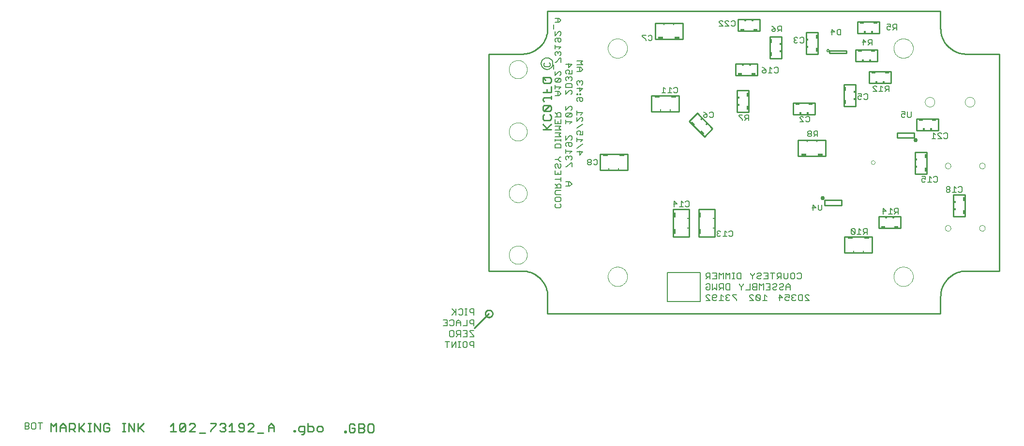
<source format=gbo>
G75*
%MOIN*%
%OFA0B0*%
%FSLAX24Y24*%
%IPPOS*%
%LPD*%
%AMOC8*
5,1,8,0,0,1.08239X$1,22.5*
%
%ADD10C,0.0000*%
%ADD11C,0.0100*%
%ADD12R,0.0120X0.0150*%
%ADD13R,0.0290X0.0150*%
%ADD14C,0.0070*%
%ADD15C,0.0080*%
%ADD16R,0.0150X0.0120*%
%ADD17R,0.0150X0.0290*%
%ADD18R,0.0110X0.0150*%
%ADD19R,0.0350X0.0150*%
%ADD20R,0.0150X0.0110*%
%ADD21R,0.0150X0.0350*%
%ADD22C,0.0110*%
%ADD23C,0.0300*%
D10*
X041535Y024050D02*
X041537Y024100D01*
X041543Y024149D01*
X041553Y024198D01*
X041566Y024245D01*
X041584Y024292D01*
X041605Y024337D01*
X041629Y024380D01*
X041657Y024421D01*
X041688Y024460D01*
X041722Y024496D01*
X041759Y024530D01*
X041799Y024560D01*
X041840Y024587D01*
X041884Y024611D01*
X041929Y024631D01*
X041976Y024647D01*
X042024Y024660D01*
X042073Y024669D01*
X042123Y024674D01*
X042172Y024675D01*
X042222Y024672D01*
X042271Y024665D01*
X042320Y024654D01*
X042367Y024640D01*
X042413Y024621D01*
X042458Y024599D01*
X042501Y024574D01*
X042541Y024545D01*
X042579Y024513D01*
X042615Y024479D01*
X042648Y024441D01*
X042677Y024401D01*
X042703Y024359D01*
X042726Y024315D01*
X042745Y024269D01*
X042761Y024222D01*
X042773Y024173D01*
X042781Y024124D01*
X042785Y024075D01*
X042785Y024025D01*
X042781Y023976D01*
X042773Y023927D01*
X042761Y023878D01*
X042745Y023831D01*
X042726Y023785D01*
X042703Y023741D01*
X042677Y023699D01*
X042648Y023659D01*
X042615Y023621D01*
X042579Y023587D01*
X042541Y023555D01*
X042501Y023526D01*
X042458Y023501D01*
X042413Y023479D01*
X042367Y023460D01*
X042320Y023446D01*
X042271Y023435D01*
X042222Y023428D01*
X042172Y023425D01*
X042123Y023426D01*
X042073Y023431D01*
X042024Y023440D01*
X041976Y023453D01*
X041929Y023469D01*
X041884Y023489D01*
X041840Y023513D01*
X041799Y023540D01*
X041759Y023570D01*
X041722Y023604D01*
X041688Y023640D01*
X041657Y023679D01*
X041629Y023720D01*
X041605Y023763D01*
X041584Y023808D01*
X041566Y023855D01*
X041553Y023902D01*
X041543Y023951D01*
X041537Y024000D01*
X041535Y024050D01*
X041535Y028300D02*
X041537Y028350D01*
X041543Y028399D01*
X041553Y028448D01*
X041566Y028495D01*
X041584Y028542D01*
X041605Y028587D01*
X041629Y028630D01*
X041657Y028671D01*
X041688Y028710D01*
X041722Y028746D01*
X041759Y028780D01*
X041799Y028810D01*
X041840Y028837D01*
X041884Y028861D01*
X041929Y028881D01*
X041976Y028897D01*
X042024Y028910D01*
X042073Y028919D01*
X042123Y028924D01*
X042172Y028925D01*
X042222Y028922D01*
X042271Y028915D01*
X042320Y028904D01*
X042367Y028890D01*
X042413Y028871D01*
X042458Y028849D01*
X042501Y028824D01*
X042541Y028795D01*
X042579Y028763D01*
X042615Y028729D01*
X042648Y028691D01*
X042677Y028651D01*
X042703Y028609D01*
X042726Y028565D01*
X042745Y028519D01*
X042761Y028472D01*
X042773Y028423D01*
X042781Y028374D01*
X042785Y028325D01*
X042785Y028275D01*
X042781Y028226D01*
X042773Y028177D01*
X042761Y028128D01*
X042745Y028081D01*
X042726Y028035D01*
X042703Y027991D01*
X042677Y027949D01*
X042648Y027909D01*
X042615Y027871D01*
X042579Y027837D01*
X042541Y027805D01*
X042501Y027776D01*
X042458Y027751D01*
X042413Y027729D01*
X042367Y027710D01*
X042320Y027696D01*
X042271Y027685D01*
X042222Y027678D01*
X042172Y027675D01*
X042123Y027676D01*
X042073Y027681D01*
X042024Y027690D01*
X041976Y027703D01*
X041929Y027719D01*
X041884Y027739D01*
X041840Y027763D01*
X041799Y027790D01*
X041759Y027820D01*
X041722Y027854D01*
X041688Y027890D01*
X041657Y027929D01*
X041629Y027970D01*
X041605Y028013D01*
X041584Y028058D01*
X041566Y028105D01*
X041553Y028152D01*
X041543Y028201D01*
X041537Y028250D01*
X041535Y028300D01*
X041535Y032550D02*
X041537Y032600D01*
X041543Y032649D01*
X041553Y032698D01*
X041566Y032745D01*
X041584Y032792D01*
X041605Y032837D01*
X041629Y032880D01*
X041657Y032921D01*
X041688Y032960D01*
X041722Y032996D01*
X041759Y033030D01*
X041799Y033060D01*
X041840Y033087D01*
X041884Y033111D01*
X041929Y033131D01*
X041976Y033147D01*
X042024Y033160D01*
X042073Y033169D01*
X042123Y033174D01*
X042172Y033175D01*
X042222Y033172D01*
X042271Y033165D01*
X042320Y033154D01*
X042367Y033140D01*
X042413Y033121D01*
X042458Y033099D01*
X042501Y033074D01*
X042541Y033045D01*
X042579Y033013D01*
X042615Y032979D01*
X042648Y032941D01*
X042677Y032901D01*
X042703Y032859D01*
X042726Y032815D01*
X042745Y032769D01*
X042761Y032722D01*
X042773Y032673D01*
X042781Y032624D01*
X042785Y032575D01*
X042785Y032525D01*
X042781Y032476D01*
X042773Y032427D01*
X042761Y032378D01*
X042745Y032331D01*
X042726Y032285D01*
X042703Y032241D01*
X042677Y032199D01*
X042648Y032159D01*
X042615Y032121D01*
X042579Y032087D01*
X042541Y032055D01*
X042501Y032026D01*
X042458Y032001D01*
X042413Y031979D01*
X042367Y031960D01*
X042320Y031946D01*
X042271Y031935D01*
X042222Y031928D01*
X042172Y031925D01*
X042123Y031926D01*
X042073Y031931D01*
X042024Y031940D01*
X041976Y031953D01*
X041929Y031969D01*
X041884Y031989D01*
X041840Y032013D01*
X041799Y032040D01*
X041759Y032070D01*
X041722Y032104D01*
X041688Y032140D01*
X041657Y032179D01*
X041629Y032220D01*
X041605Y032263D01*
X041584Y032308D01*
X041566Y032355D01*
X041553Y032402D01*
X041543Y032451D01*
X041537Y032500D01*
X041535Y032550D01*
X041535Y036850D02*
X041537Y036900D01*
X041543Y036949D01*
X041553Y036998D01*
X041566Y037045D01*
X041584Y037092D01*
X041605Y037137D01*
X041629Y037180D01*
X041657Y037221D01*
X041688Y037260D01*
X041722Y037296D01*
X041759Y037330D01*
X041799Y037360D01*
X041840Y037387D01*
X041884Y037411D01*
X041929Y037431D01*
X041976Y037447D01*
X042024Y037460D01*
X042073Y037469D01*
X042123Y037474D01*
X042172Y037475D01*
X042222Y037472D01*
X042271Y037465D01*
X042320Y037454D01*
X042367Y037440D01*
X042413Y037421D01*
X042458Y037399D01*
X042501Y037374D01*
X042541Y037345D01*
X042579Y037313D01*
X042615Y037279D01*
X042648Y037241D01*
X042677Y037201D01*
X042703Y037159D01*
X042726Y037115D01*
X042745Y037069D01*
X042761Y037022D01*
X042773Y036973D01*
X042781Y036924D01*
X042785Y036875D01*
X042785Y036825D01*
X042781Y036776D01*
X042773Y036727D01*
X042761Y036678D01*
X042745Y036631D01*
X042726Y036585D01*
X042703Y036541D01*
X042677Y036499D01*
X042648Y036459D01*
X042615Y036421D01*
X042579Y036387D01*
X042541Y036355D01*
X042501Y036326D01*
X042458Y036301D01*
X042413Y036279D01*
X042367Y036260D01*
X042320Y036246D01*
X042271Y036235D01*
X042222Y036228D01*
X042172Y036225D01*
X042123Y036226D01*
X042073Y036231D01*
X042024Y036240D01*
X041976Y036253D01*
X041929Y036269D01*
X041884Y036289D01*
X041840Y036313D01*
X041799Y036340D01*
X041759Y036370D01*
X041722Y036404D01*
X041688Y036440D01*
X041657Y036479D01*
X041629Y036520D01*
X041605Y036563D01*
X041584Y036608D01*
X041566Y036655D01*
X041553Y036702D01*
X041543Y036751D01*
X041537Y036800D01*
X041535Y036850D01*
X048349Y038307D02*
X048351Y038358D01*
X048357Y038409D01*
X048367Y038459D01*
X048380Y038509D01*
X048398Y038557D01*
X048418Y038604D01*
X048443Y038649D01*
X048471Y038692D01*
X048502Y038733D01*
X048536Y038771D01*
X048573Y038806D01*
X048612Y038839D01*
X048654Y038869D01*
X048698Y038895D01*
X048744Y038917D01*
X048792Y038937D01*
X048841Y038952D01*
X048891Y038964D01*
X048941Y038972D01*
X048992Y038976D01*
X049044Y038976D01*
X049095Y038972D01*
X049145Y038964D01*
X049195Y038952D01*
X049244Y038937D01*
X049292Y038917D01*
X049338Y038895D01*
X049382Y038869D01*
X049424Y038839D01*
X049463Y038806D01*
X049500Y038771D01*
X049534Y038733D01*
X049565Y038692D01*
X049593Y038649D01*
X049618Y038604D01*
X049638Y038557D01*
X049656Y038509D01*
X049669Y038459D01*
X049679Y038409D01*
X049685Y038358D01*
X049687Y038307D01*
X049685Y038256D01*
X049679Y038205D01*
X049669Y038155D01*
X049656Y038105D01*
X049638Y038057D01*
X049618Y038010D01*
X049593Y037965D01*
X049565Y037922D01*
X049534Y037881D01*
X049500Y037843D01*
X049463Y037808D01*
X049424Y037775D01*
X049382Y037745D01*
X049338Y037719D01*
X049292Y037697D01*
X049244Y037677D01*
X049195Y037662D01*
X049145Y037650D01*
X049095Y037642D01*
X049044Y037638D01*
X048992Y037638D01*
X048941Y037642D01*
X048891Y037650D01*
X048841Y037662D01*
X048792Y037677D01*
X048744Y037697D01*
X048698Y037719D01*
X048654Y037745D01*
X048612Y037775D01*
X048573Y037808D01*
X048536Y037843D01*
X048502Y037881D01*
X048471Y037922D01*
X048443Y037965D01*
X048418Y038010D01*
X048398Y038057D01*
X048380Y038105D01*
X048367Y038155D01*
X048357Y038205D01*
X048351Y038256D01*
X048349Y038307D01*
X066480Y030435D02*
X066482Y030458D01*
X066488Y030479D01*
X066497Y030500D01*
X066510Y030519D01*
X066526Y030535D01*
X066545Y030548D01*
X066566Y030557D01*
X066587Y030563D01*
X066610Y030565D01*
X066633Y030563D01*
X066654Y030557D01*
X066675Y030548D01*
X066694Y030535D01*
X066710Y030519D01*
X066723Y030500D01*
X066732Y030479D01*
X066738Y030458D01*
X066740Y030435D01*
X066738Y030412D01*
X066732Y030391D01*
X066723Y030370D01*
X066710Y030351D01*
X066694Y030335D01*
X066675Y030322D01*
X066654Y030313D01*
X066633Y030307D01*
X066610Y030305D01*
X066587Y030307D01*
X066566Y030313D01*
X066545Y030322D01*
X066526Y030335D01*
X066510Y030351D01*
X066497Y030370D01*
X066488Y030391D01*
X066482Y030412D01*
X066480Y030435D01*
X071570Y030200D02*
X071572Y030227D01*
X071578Y030254D01*
X071587Y030280D01*
X071600Y030304D01*
X071616Y030327D01*
X071635Y030346D01*
X071657Y030363D01*
X071681Y030377D01*
X071706Y030387D01*
X071733Y030394D01*
X071760Y030397D01*
X071788Y030396D01*
X071815Y030391D01*
X071841Y030383D01*
X071865Y030371D01*
X071888Y030355D01*
X071909Y030337D01*
X071926Y030316D01*
X071941Y030292D01*
X071952Y030267D01*
X071960Y030241D01*
X071964Y030214D01*
X071964Y030186D01*
X071960Y030159D01*
X071952Y030133D01*
X071941Y030108D01*
X071926Y030084D01*
X071909Y030063D01*
X071888Y030045D01*
X071866Y030029D01*
X071841Y030017D01*
X071815Y030009D01*
X071788Y030004D01*
X071760Y030003D01*
X071733Y030006D01*
X071706Y030013D01*
X071681Y030023D01*
X071657Y030037D01*
X071635Y030054D01*
X071616Y030073D01*
X071600Y030096D01*
X071587Y030120D01*
X071578Y030146D01*
X071572Y030173D01*
X071570Y030200D01*
X073932Y030200D02*
X073934Y030227D01*
X073940Y030254D01*
X073949Y030280D01*
X073962Y030304D01*
X073978Y030327D01*
X073997Y030346D01*
X074019Y030363D01*
X074043Y030377D01*
X074068Y030387D01*
X074095Y030394D01*
X074122Y030397D01*
X074150Y030396D01*
X074177Y030391D01*
X074203Y030383D01*
X074227Y030371D01*
X074250Y030355D01*
X074271Y030337D01*
X074288Y030316D01*
X074303Y030292D01*
X074314Y030267D01*
X074322Y030241D01*
X074326Y030214D01*
X074326Y030186D01*
X074322Y030159D01*
X074314Y030133D01*
X074303Y030108D01*
X074288Y030084D01*
X074271Y030063D01*
X074250Y030045D01*
X074228Y030029D01*
X074203Y030017D01*
X074177Y030009D01*
X074150Y030004D01*
X074122Y030003D01*
X074095Y030006D01*
X074068Y030013D01*
X074043Y030023D01*
X074019Y030037D01*
X073997Y030054D01*
X073978Y030073D01*
X073962Y030096D01*
X073949Y030120D01*
X073940Y030146D01*
X073934Y030173D01*
X073932Y030200D01*
X073932Y025900D02*
X073934Y025927D01*
X073940Y025954D01*
X073949Y025980D01*
X073962Y026004D01*
X073978Y026027D01*
X073997Y026046D01*
X074019Y026063D01*
X074043Y026077D01*
X074068Y026087D01*
X074095Y026094D01*
X074122Y026097D01*
X074150Y026096D01*
X074177Y026091D01*
X074203Y026083D01*
X074227Y026071D01*
X074250Y026055D01*
X074271Y026037D01*
X074288Y026016D01*
X074303Y025992D01*
X074314Y025967D01*
X074322Y025941D01*
X074326Y025914D01*
X074326Y025886D01*
X074322Y025859D01*
X074314Y025833D01*
X074303Y025808D01*
X074288Y025784D01*
X074271Y025763D01*
X074250Y025745D01*
X074228Y025729D01*
X074203Y025717D01*
X074177Y025709D01*
X074150Y025704D01*
X074122Y025703D01*
X074095Y025706D01*
X074068Y025713D01*
X074043Y025723D01*
X074019Y025737D01*
X073997Y025754D01*
X073978Y025773D01*
X073962Y025796D01*
X073949Y025820D01*
X073940Y025846D01*
X073934Y025873D01*
X073932Y025900D01*
X071570Y025900D02*
X071572Y025927D01*
X071578Y025954D01*
X071587Y025980D01*
X071600Y026004D01*
X071616Y026027D01*
X071635Y026046D01*
X071657Y026063D01*
X071681Y026077D01*
X071706Y026087D01*
X071733Y026094D01*
X071760Y026097D01*
X071788Y026096D01*
X071815Y026091D01*
X071841Y026083D01*
X071865Y026071D01*
X071888Y026055D01*
X071909Y026037D01*
X071926Y026016D01*
X071941Y025992D01*
X071952Y025967D01*
X071960Y025941D01*
X071964Y025914D01*
X071964Y025886D01*
X071960Y025859D01*
X071952Y025833D01*
X071941Y025808D01*
X071926Y025784D01*
X071909Y025763D01*
X071888Y025745D01*
X071866Y025729D01*
X071841Y025717D01*
X071815Y025709D01*
X071788Y025704D01*
X071760Y025703D01*
X071733Y025706D01*
X071706Y025713D01*
X071681Y025723D01*
X071657Y025737D01*
X071635Y025754D01*
X071616Y025773D01*
X071600Y025796D01*
X071587Y025820D01*
X071578Y025846D01*
X071572Y025873D01*
X071570Y025900D01*
X068034Y022559D02*
X068036Y022610D01*
X068042Y022661D01*
X068052Y022711D01*
X068065Y022761D01*
X068083Y022809D01*
X068103Y022856D01*
X068128Y022901D01*
X068156Y022944D01*
X068187Y022985D01*
X068221Y023023D01*
X068258Y023058D01*
X068297Y023091D01*
X068339Y023121D01*
X068383Y023147D01*
X068429Y023169D01*
X068477Y023189D01*
X068526Y023204D01*
X068576Y023216D01*
X068626Y023224D01*
X068677Y023228D01*
X068729Y023228D01*
X068780Y023224D01*
X068830Y023216D01*
X068880Y023204D01*
X068929Y023189D01*
X068977Y023169D01*
X069023Y023147D01*
X069067Y023121D01*
X069109Y023091D01*
X069148Y023058D01*
X069185Y023023D01*
X069219Y022985D01*
X069250Y022944D01*
X069278Y022901D01*
X069303Y022856D01*
X069323Y022809D01*
X069341Y022761D01*
X069354Y022711D01*
X069364Y022661D01*
X069370Y022610D01*
X069372Y022559D01*
X069370Y022508D01*
X069364Y022457D01*
X069354Y022407D01*
X069341Y022357D01*
X069323Y022309D01*
X069303Y022262D01*
X069278Y022217D01*
X069250Y022174D01*
X069219Y022133D01*
X069185Y022095D01*
X069148Y022060D01*
X069109Y022027D01*
X069067Y021997D01*
X069023Y021971D01*
X068977Y021949D01*
X068929Y021929D01*
X068880Y021914D01*
X068830Y021902D01*
X068780Y021894D01*
X068729Y021890D01*
X068677Y021890D01*
X068626Y021894D01*
X068576Y021902D01*
X068526Y021914D01*
X068477Y021929D01*
X068429Y021949D01*
X068383Y021971D01*
X068339Y021997D01*
X068297Y022027D01*
X068258Y022060D01*
X068221Y022095D01*
X068187Y022133D01*
X068156Y022174D01*
X068128Y022217D01*
X068103Y022262D01*
X068083Y022309D01*
X068065Y022357D01*
X068052Y022407D01*
X068042Y022457D01*
X068036Y022508D01*
X068034Y022559D01*
X070191Y034600D02*
X070193Y034636D01*
X070199Y034672D01*
X070209Y034707D01*
X070222Y034741D01*
X070239Y034773D01*
X070259Y034803D01*
X070283Y034830D01*
X070309Y034855D01*
X070338Y034877D01*
X070369Y034896D01*
X070402Y034911D01*
X070436Y034923D01*
X070472Y034931D01*
X070508Y034935D01*
X070544Y034935D01*
X070580Y034931D01*
X070616Y034923D01*
X070650Y034911D01*
X070683Y034896D01*
X070714Y034877D01*
X070743Y034855D01*
X070769Y034830D01*
X070793Y034803D01*
X070813Y034773D01*
X070830Y034741D01*
X070843Y034707D01*
X070853Y034672D01*
X070859Y034636D01*
X070861Y034600D01*
X070859Y034564D01*
X070853Y034528D01*
X070843Y034493D01*
X070830Y034459D01*
X070813Y034427D01*
X070793Y034397D01*
X070769Y034370D01*
X070743Y034345D01*
X070714Y034323D01*
X070683Y034304D01*
X070650Y034289D01*
X070616Y034277D01*
X070580Y034269D01*
X070544Y034265D01*
X070508Y034265D01*
X070472Y034269D01*
X070436Y034277D01*
X070402Y034289D01*
X070369Y034304D01*
X070338Y034323D01*
X070309Y034345D01*
X070283Y034370D01*
X070259Y034397D01*
X070239Y034427D01*
X070222Y034459D01*
X070209Y034493D01*
X070199Y034528D01*
X070193Y034564D01*
X070191Y034600D01*
X072947Y034600D02*
X072949Y034636D01*
X072955Y034672D01*
X072965Y034707D01*
X072978Y034741D01*
X072995Y034773D01*
X073015Y034803D01*
X073039Y034830D01*
X073065Y034855D01*
X073094Y034877D01*
X073125Y034896D01*
X073158Y034911D01*
X073192Y034923D01*
X073228Y034931D01*
X073264Y034935D01*
X073300Y034935D01*
X073336Y034931D01*
X073372Y034923D01*
X073406Y034911D01*
X073439Y034896D01*
X073470Y034877D01*
X073499Y034855D01*
X073525Y034830D01*
X073549Y034803D01*
X073569Y034773D01*
X073586Y034741D01*
X073599Y034707D01*
X073609Y034672D01*
X073615Y034636D01*
X073617Y034600D01*
X073615Y034564D01*
X073609Y034528D01*
X073599Y034493D01*
X073586Y034459D01*
X073569Y034427D01*
X073549Y034397D01*
X073525Y034370D01*
X073499Y034345D01*
X073470Y034323D01*
X073439Y034304D01*
X073406Y034289D01*
X073372Y034277D01*
X073336Y034269D01*
X073300Y034265D01*
X073264Y034265D01*
X073228Y034269D01*
X073192Y034277D01*
X073158Y034289D01*
X073125Y034304D01*
X073094Y034323D01*
X073065Y034345D01*
X073039Y034370D01*
X073015Y034397D01*
X072995Y034427D01*
X072978Y034459D01*
X072965Y034493D01*
X072955Y034528D01*
X072949Y034564D01*
X072947Y034600D01*
X068034Y038307D02*
X068036Y038358D01*
X068042Y038409D01*
X068052Y038459D01*
X068065Y038509D01*
X068083Y038557D01*
X068103Y038604D01*
X068128Y038649D01*
X068156Y038692D01*
X068187Y038733D01*
X068221Y038771D01*
X068258Y038806D01*
X068297Y038839D01*
X068339Y038869D01*
X068383Y038895D01*
X068429Y038917D01*
X068477Y038937D01*
X068526Y038952D01*
X068576Y038964D01*
X068626Y038972D01*
X068677Y038976D01*
X068729Y038976D01*
X068780Y038972D01*
X068830Y038964D01*
X068880Y038952D01*
X068929Y038937D01*
X068977Y038917D01*
X069023Y038895D01*
X069067Y038869D01*
X069109Y038839D01*
X069148Y038806D01*
X069185Y038771D01*
X069219Y038733D01*
X069250Y038692D01*
X069278Y038649D01*
X069303Y038604D01*
X069323Y038557D01*
X069341Y038509D01*
X069354Y038459D01*
X069364Y038409D01*
X069370Y038358D01*
X069372Y038307D01*
X069370Y038256D01*
X069364Y038205D01*
X069354Y038155D01*
X069341Y038105D01*
X069323Y038057D01*
X069303Y038010D01*
X069278Y037965D01*
X069250Y037922D01*
X069219Y037881D01*
X069185Y037843D01*
X069148Y037808D01*
X069109Y037775D01*
X069067Y037745D01*
X069023Y037719D01*
X068977Y037697D01*
X068929Y037677D01*
X068880Y037662D01*
X068830Y037650D01*
X068780Y037642D01*
X068729Y037638D01*
X068677Y037638D01*
X068626Y037642D01*
X068576Y037650D01*
X068526Y037662D01*
X068477Y037677D01*
X068429Y037697D01*
X068383Y037719D01*
X068339Y037745D01*
X068297Y037775D01*
X068258Y037808D01*
X068221Y037843D01*
X068187Y037881D01*
X068156Y037922D01*
X068128Y037965D01*
X068103Y038010D01*
X068083Y038057D01*
X068065Y038105D01*
X068052Y038155D01*
X068042Y038205D01*
X068036Y038256D01*
X068034Y038307D01*
X048349Y022559D02*
X048351Y022610D01*
X048357Y022661D01*
X048367Y022711D01*
X048380Y022761D01*
X048398Y022809D01*
X048418Y022856D01*
X048443Y022901D01*
X048471Y022944D01*
X048502Y022985D01*
X048536Y023023D01*
X048573Y023058D01*
X048612Y023091D01*
X048654Y023121D01*
X048698Y023147D01*
X048744Y023169D01*
X048792Y023189D01*
X048841Y023204D01*
X048891Y023216D01*
X048941Y023224D01*
X048992Y023228D01*
X049044Y023228D01*
X049095Y023224D01*
X049145Y023216D01*
X049195Y023204D01*
X049244Y023189D01*
X049292Y023169D01*
X049338Y023147D01*
X049382Y023121D01*
X049424Y023091D01*
X049463Y023058D01*
X049500Y023023D01*
X049534Y022985D01*
X049565Y022944D01*
X049593Y022901D01*
X049618Y022856D01*
X049638Y022809D01*
X049656Y022761D01*
X049669Y022711D01*
X049679Y022661D01*
X049685Y022610D01*
X049687Y022559D01*
X049685Y022508D01*
X049679Y022457D01*
X049669Y022407D01*
X049656Y022357D01*
X049638Y022309D01*
X049618Y022262D01*
X049593Y022217D01*
X049565Y022174D01*
X049534Y022133D01*
X049500Y022095D01*
X049463Y022060D01*
X049424Y022027D01*
X049382Y021997D01*
X049338Y021971D01*
X049292Y021949D01*
X049244Y021929D01*
X049195Y021914D01*
X049145Y021902D01*
X049095Y021894D01*
X049044Y021890D01*
X048992Y021890D01*
X048941Y021894D01*
X048891Y021902D01*
X048841Y021914D01*
X048792Y021929D01*
X048744Y021949D01*
X048698Y021971D01*
X048654Y021997D01*
X048612Y022027D01*
X048573Y022060D01*
X048536Y022095D01*
X048502Y022133D01*
X048471Y022174D01*
X048443Y022217D01*
X048418Y022262D01*
X048398Y022309D01*
X048380Y022357D01*
X048367Y022407D01*
X048357Y022457D01*
X048351Y022508D01*
X048349Y022559D01*
D11*
X044195Y021181D02*
X044195Y020000D01*
X071262Y020000D01*
X071262Y021181D01*
X071262Y020000D01*
X044195Y020000D01*
X044195Y021181D01*
X044196Y021181D02*
X044194Y021263D01*
X044188Y021344D01*
X044179Y021426D01*
X044166Y021507D01*
X044149Y021587D01*
X044128Y021666D01*
X044104Y021744D01*
X044076Y021821D01*
X044045Y021897D01*
X044010Y021971D01*
X043972Y022043D01*
X043931Y022114D01*
X043886Y022182D01*
X043838Y022249D01*
X043787Y022313D01*
X043734Y022375D01*
X043677Y022434D01*
X043618Y022491D01*
X043556Y022544D01*
X043492Y022595D01*
X043425Y022643D01*
X043357Y022688D01*
X043286Y022729D01*
X043214Y022767D01*
X043140Y022802D01*
X043064Y022833D01*
X042987Y022861D01*
X042909Y022885D01*
X042830Y022906D01*
X042750Y022923D01*
X042669Y022936D01*
X042587Y022945D01*
X042506Y022951D01*
X042424Y022953D01*
X040160Y022953D01*
X040160Y037913D01*
X042424Y037913D01*
X040160Y037913D01*
X040160Y022953D01*
X042424Y022953D01*
X042506Y022951D01*
X042587Y022945D01*
X042669Y022936D01*
X042750Y022923D01*
X042830Y022906D01*
X042909Y022885D01*
X042987Y022861D01*
X043064Y022833D01*
X043140Y022802D01*
X043214Y022767D01*
X043286Y022729D01*
X043357Y022688D01*
X043425Y022643D01*
X043492Y022595D01*
X043556Y022544D01*
X043618Y022491D01*
X043677Y022434D01*
X043734Y022375D01*
X043787Y022313D01*
X043838Y022249D01*
X043886Y022182D01*
X043931Y022114D01*
X043972Y022043D01*
X044010Y021971D01*
X044045Y021897D01*
X044076Y021821D01*
X044104Y021744D01*
X044128Y021666D01*
X044149Y021587D01*
X044166Y021507D01*
X044179Y021426D01*
X044188Y021344D01*
X044194Y021263D01*
X044196Y021181D01*
X039910Y020000D02*
X039912Y020031D01*
X039918Y020062D01*
X039928Y020092D01*
X039941Y020120D01*
X039958Y020147D01*
X039978Y020171D01*
X040001Y020193D01*
X040026Y020211D01*
X040054Y020226D01*
X040083Y020238D01*
X040113Y020246D01*
X040144Y020250D01*
X040176Y020250D01*
X040207Y020246D01*
X040237Y020238D01*
X040266Y020226D01*
X040294Y020211D01*
X040319Y020193D01*
X040342Y020171D01*
X040362Y020147D01*
X040379Y020120D01*
X040392Y020092D01*
X040402Y020062D01*
X040408Y020031D01*
X040410Y020000D01*
X040408Y019969D01*
X040402Y019938D01*
X040392Y019908D01*
X040379Y019880D01*
X040362Y019853D01*
X040342Y019829D01*
X040319Y019807D01*
X040294Y019789D01*
X040266Y019774D01*
X040237Y019762D01*
X040207Y019754D01*
X040176Y019750D01*
X040144Y019750D01*
X040113Y019754D01*
X040083Y019762D01*
X040054Y019774D01*
X040026Y019789D01*
X040001Y019807D01*
X039978Y019829D01*
X039958Y019853D01*
X039941Y019880D01*
X039928Y019908D01*
X039918Y019938D01*
X039912Y019969D01*
X039910Y020000D01*
X040160Y020000D02*
X039160Y019000D01*
X052860Y025300D02*
X053960Y025300D01*
X053960Y027200D01*
X052860Y027200D01*
X052860Y025300D01*
X054610Y025300D02*
X055710Y025300D01*
X055710Y027200D01*
X054610Y027200D01*
X054610Y025300D01*
X049710Y029900D02*
X049710Y031000D01*
X047810Y031000D01*
X047810Y029900D01*
X049710Y029900D01*
X053937Y033277D02*
X054997Y032217D01*
X055563Y032783D01*
X054503Y033843D01*
X053937Y033277D01*
X053260Y033950D02*
X053260Y035050D01*
X051360Y035050D01*
X051360Y033950D01*
X053260Y033950D01*
X057260Y033900D02*
X058060Y033900D01*
X058060Y035400D01*
X057260Y035400D01*
X057260Y033900D01*
X057160Y036450D02*
X058660Y036450D01*
X058660Y037250D01*
X057160Y037250D01*
X057160Y036450D01*
X059510Y037600D02*
X060310Y037600D01*
X060310Y039100D01*
X059510Y039100D01*
X059510Y037600D01*
X058810Y039500D02*
X057310Y039500D01*
X057310Y040300D01*
X058810Y040300D01*
X058810Y039500D01*
X062010Y039400D02*
X062010Y037900D01*
X062810Y037900D01*
X062810Y039400D01*
X062010Y039400D01*
X063630Y038129D02*
X063630Y037971D01*
X064770Y037971D01*
X064770Y038129D01*
X063630Y038129D01*
X065410Y038200D02*
X065410Y037400D01*
X066910Y037400D01*
X066910Y038200D01*
X065410Y038200D01*
X065560Y039350D02*
X065560Y040150D01*
X067060Y040150D01*
X067060Y039350D01*
X065560Y039350D01*
X066360Y036700D02*
X066360Y035900D01*
X067860Y035900D01*
X067860Y036700D01*
X066360Y036700D01*
X065410Y035800D02*
X064610Y035800D01*
X064610Y034300D01*
X065410Y034300D01*
X065410Y035800D01*
X062610Y034550D02*
X062610Y033750D01*
X061110Y033750D01*
X061110Y034550D01*
X062610Y034550D01*
X063360Y031985D02*
X061460Y031985D01*
X061460Y030885D01*
X063360Y030885D01*
X063360Y031985D01*
X068266Y032120D02*
X069451Y032120D01*
X069451Y032483D01*
X068266Y032483D01*
X068266Y032120D01*
X069610Y032650D02*
X069610Y033450D01*
X071110Y033450D01*
X071110Y032650D01*
X069610Y032650D01*
X069510Y031150D02*
X070310Y031150D01*
X070310Y029650D01*
X069510Y029650D01*
X069510Y031150D01*
X072160Y028200D02*
X072960Y028200D01*
X072960Y026700D01*
X072160Y026700D01*
X072160Y028200D01*
X068510Y026700D02*
X068510Y025900D01*
X067010Y025900D01*
X067010Y026700D01*
X068510Y026700D01*
X066560Y025300D02*
X064660Y025300D01*
X064660Y024200D01*
X066560Y024200D01*
X066560Y025300D01*
X064454Y027467D02*
X063269Y027467D01*
X063269Y027830D01*
X064454Y027830D01*
X064454Y027467D01*
X073034Y022953D02*
X075298Y022953D01*
X075298Y037913D01*
X073034Y037913D01*
X075298Y037913D01*
X075298Y022953D01*
X073034Y022953D01*
X072952Y022951D01*
X072871Y022945D01*
X072789Y022936D01*
X072708Y022923D01*
X072628Y022906D01*
X072549Y022885D01*
X072471Y022861D01*
X072394Y022833D01*
X072318Y022802D01*
X072244Y022767D01*
X072172Y022729D01*
X072101Y022688D01*
X072033Y022643D01*
X071966Y022595D01*
X071902Y022544D01*
X071840Y022491D01*
X071781Y022434D01*
X071724Y022375D01*
X071671Y022313D01*
X071620Y022249D01*
X071572Y022182D01*
X071527Y022114D01*
X071486Y022043D01*
X071448Y021971D01*
X071413Y021897D01*
X071382Y021821D01*
X071354Y021744D01*
X071330Y021666D01*
X071309Y021587D01*
X071292Y021507D01*
X071279Y021426D01*
X071270Y021344D01*
X071264Y021263D01*
X071262Y021181D01*
X071264Y021263D01*
X071270Y021344D01*
X071279Y021426D01*
X071292Y021507D01*
X071309Y021587D01*
X071330Y021666D01*
X071354Y021744D01*
X071382Y021821D01*
X071413Y021897D01*
X071448Y021971D01*
X071486Y022043D01*
X071527Y022114D01*
X071572Y022182D01*
X071620Y022249D01*
X071671Y022313D01*
X071724Y022375D01*
X071781Y022434D01*
X071840Y022491D01*
X071902Y022544D01*
X071966Y022595D01*
X072033Y022643D01*
X072101Y022688D01*
X072172Y022729D01*
X072244Y022767D01*
X072318Y022802D01*
X072394Y022833D01*
X072471Y022861D01*
X072549Y022885D01*
X072628Y022906D01*
X072708Y022923D01*
X072789Y022936D01*
X072871Y022945D01*
X072952Y022951D01*
X073034Y022953D01*
X053510Y038950D02*
X051610Y038950D01*
X051610Y040050D01*
X053510Y040050D01*
X053510Y038950D01*
X044195Y039685D02*
X044195Y040866D01*
X071262Y040866D01*
X071262Y039685D01*
X071262Y040866D01*
X044195Y040866D01*
X044195Y039685D01*
X044196Y039685D02*
X044194Y039603D01*
X044188Y039522D01*
X044179Y039440D01*
X044166Y039359D01*
X044149Y039279D01*
X044128Y039200D01*
X044104Y039122D01*
X044076Y039045D01*
X044045Y038969D01*
X044010Y038895D01*
X043972Y038823D01*
X043931Y038752D01*
X043886Y038684D01*
X043838Y038617D01*
X043787Y038553D01*
X043734Y038491D01*
X043677Y038432D01*
X043618Y038375D01*
X043556Y038322D01*
X043492Y038271D01*
X043425Y038223D01*
X043357Y038178D01*
X043286Y038137D01*
X043214Y038099D01*
X043140Y038064D01*
X043064Y038033D01*
X042987Y038005D01*
X042909Y037981D01*
X042830Y037960D01*
X042750Y037943D01*
X042669Y037930D01*
X042587Y037921D01*
X042506Y037915D01*
X042424Y037913D01*
X042506Y037915D01*
X042587Y037921D01*
X042669Y037930D01*
X042750Y037943D01*
X042830Y037960D01*
X042909Y037981D01*
X042987Y038005D01*
X043064Y038033D01*
X043140Y038064D01*
X043214Y038099D01*
X043286Y038137D01*
X043357Y038178D01*
X043425Y038223D01*
X043492Y038271D01*
X043556Y038322D01*
X043618Y038375D01*
X043677Y038432D01*
X043734Y038491D01*
X043787Y038553D01*
X043838Y038617D01*
X043886Y038684D01*
X043931Y038752D01*
X043972Y038823D01*
X044010Y038895D01*
X044045Y038969D01*
X044076Y039045D01*
X044104Y039122D01*
X044128Y039200D01*
X044149Y039279D01*
X044166Y039359D01*
X044179Y039440D01*
X044188Y039522D01*
X044194Y039603D01*
X044196Y039685D01*
X071262Y039685D02*
X071264Y039603D01*
X071270Y039522D01*
X071279Y039440D01*
X071292Y039359D01*
X071309Y039279D01*
X071330Y039200D01*
X071354Y039122D01*
X071382Y039045D01*
X071413Y038969D01*
X071448Y038895D01*
X071486Y038823D01*
X071527Y038752D01*
X071572Y038684D01*
X071620Y038617D01*
X071671Y038553D01*
X071724Y038491D01*
X071781Y038432D01*
X071840Y038375D01*
X071902Y038322D01*
X071966Y038271D01*
X072033Y038223D01*
X072101Y038178D01*
X072172Y038137D01*
X072244Y038099D01*
X072318Y038064D01*
X072394Y038033D01*
X072471Y038005D01*
X072549Y037981D01*
X072628Y037960D01*
X072708Y037943D01*
X072789Y037930D01*
X072871Y037921D01*
X072952Y037915D01*
X073034Y037913D01*
X072952Y037915D01*
X072871Y037921D01*
X072789Y037930D01*
X072708Y037943D01*
X072628Y037960D01*
X072549Y037981D01*
X072471Y038005D01*
X072394Y038033D01*
X072318Y038064D01*
X072244Y038099D01*
X072172Y038137D01*
X072101Y038178D01*
X072033Y038223D01*
X071966Y038271D01*
X071902Y038322D01*
X071840Y038375D01*
X071781Y038432D01*
X071724Y038491D01*
X071671Y038553D01*
X071620Y038617D01*
X071572Y038684D01*
X071527Y038752D01*
X071486Y038823D01*
X071448Y038895D01*
X071413Y038969D01*
X071382Y039045D01*
X071354Y039122D01*
X071330Y039200D01*
X071309Y039279D01*
X071292Y039359D01*
X071279Y039440D01*
X071270Y039522D01*
X071264Y039603D01*
X071262Y039685D01*
D12*
X066560Y039425D03*
X066060Y039425D03*
X065910Y037475D03*
X066410Y037475D03*
X066860Y035975D03*
X067360Y035975D03*
X070110Y032725D03*
X070610Y032725D03*
X068010Y026625D03*
X067510Y026625D03*
X062110Y033825D03*
X061610Y033825D03*
X058160Y037175D03*
X057660Y037175D03*
X057810Y040225D03*
X058310Y040225D03*
G36*
X054813Y033532D02*
X054898Y033447D01*
X054793Y033342D01*
X054708Y033427D01*
X054813Y033532D01*
G37*
G36*
X055167Y033178D02*
X055252Y033093D01*
X055147Y032988D01*
X055062Y033073D01*
X055167Y033178D01*
G37*
D13*
G36*
X054149Y033277D02*
X054353Y033073D01*
X054247Y032967D01*
X054043Y033171D01*
X054149Y033277D01*
G37*
G36*
X054793Y032633D02*
X054997Y032429D01*
X054891Y032323D01*
X054687Y032527D01*
X054793Y032633D01*
G37*
X057455Y036525D03*
X058365Y036525D03*
X061405Y034475D03*
X062315Y034475D03*
X066655Y036625D03*
X067565Y036625D03*
X066615Y038125D03*
X065705Y038125D03*
X065855Y040075D03*
X066765Y040075D03*
X058515Y039575D03*
X057605Y039575D03*
X069905Y033375D03*
X070815Y033375D03*
X068215Y025975D03*
X067305Y025975D03*
D14*
X067328Y026885D02*
X067328Y027265D01*
X067518Y027075D01*
X067264Y027075D01*
X067679Y026885D02*
X067932Y026885D01*
X067805Y026885D02*
X067805Y027265D01*
X067932Y027139D01*
X068093Y027202D02*
X068093Y027075D01*
X068156Y027012D01*
X068347Y027012D01*
X068347Y026885D02*
X068347Y027265D01*
X068156Y027265D01*
X068093Y027202D01*
X068220Y027012D02*
X068093Y026885D01*
X066197Y025865D02*
X066006Y025865D01*
X065943Y025802D01*
X065943Y025675D01*
X066006Y025612D01*
X066197Y025612D01*
X066197Y025485D02*
X066197Y025865D01*
X066070Y025612D02*
X065943Y025485D01*
X065782Y025485D02*
X065529Y025485D01*
X065655Y025485D02*
X065655Y025865D01*
X065782Y025739D01*
X065368Y025802D02*
X065304Y025865D01*
X065178Y025865D01*
X065114Y025802D01*
X065368Y025548D01*
X065304Y025485D01*
X065178Y025485D01*
X065114Y025548D01*
X065114Y025802D01*
X065368Y025802D02*
X065368Y025548D01*
X063089Y027190D02*
X063026Y027126D01*
X062899Y027126D01*
X062836Y027190D01*
X062836Y027507D01*
X062675Y027316D02*
X062421Y027316D01*
X062485Y027126D02*
X062485Y027507D01*
X062675Y027316D01*
X063089Y027190D02*
X063089Y027507D01*
X056947Y025652D02*
X056947Y025398D01*
X056883Y025335D01*
X056756Y025335D01*
X056693Y025398D01*
X056532Y025335D02*
X056279Y025335D01*
X056405Y025335D02*
X056405Y025715D01*
X056532Y025589D01*
X056693Y025652D02*
X056756Y025715D01*
X056883Y025715D01*
X056947Y025652D01*
X056118Y025652D02*
X056054Y025715D01*
X055928Y025715D01*
X055864Y025652D01*
X055864Y025589D01*
X055928Y025525D01*
X055864Y025462D01*
X055864Y025398D01*
X055928Y025335D01*
X056054Y025335D01*
X056118Y025398D01*
X055991Y025525D02*
X055928Y025525D01*
X053947Y027448D02*
X053883Y027385D01*
X053756Y027385D01*
X053693Y027448D01*
X053532Y027385D02*
X053279Y027385D01*
X053405Y027385D02*
X053405Y027765D01*
X053532Y027639D01*
X053693Y027702D02*
X053756Y027765D01*
X053883Y027765D01*
X053947Y027702D01*
X053947Y027448D01*
X053118Y027575D02*
X052928Y027765D01*
X052928Y027385D01*
X052864Y027575D02*
X053118Y027575D01*
X047625Y030323D02*
X047562Y030260D01*
X047435Y030260D01*
X047371Y030323D01*
X047211Y030323D02*
X047211Y030387D01*
X047147Y030450D01*
X047020Y030450D01*
X046957Y030387D01*
X046957Y030323D01*
X047020Y030260D01*
X047147Y030260D01*
X047211Y030323D01*
X047147Y030450D02*
X047211Y030514D01*
X047211Y030577D01*
X047147Y030640D01*
X047020Y030640D01*
X046957Y030577D01*
X046957Y030514D01*
X047020Y030450D01*
X047371Y030577D02*
X047435Y030640D01*
X047562Y030640D01*
X047625Y030577D01*
X047625Y030323D01*
X052064Y035235D02*
X052318Y035235D01*
X052191Y035235D02*
X052191Y035615D01*
X052318Y035489D01*
X052479Y035235D02*
X052732Y035235D01*
X052605Y035235D02*
X052605Y035615D01*
X052732Y035489D01*
X052893Y035552D02*
X052956Y035615D01*
X053083Y035615D01*
X053147Y035552D01*
X053147Y035298D01*
X053083Y035235D01*
X052956Y035235D01*
X052893Y035298D01*
X054937Y033916D02*
X055064Y033853D01*
X055191Y033726D01*
X055001Y033726D01*
X054937Y033662D01*
X054937Y033599D01*
X055001Y033536D01*
X055127Y033536D01*
X055191Y033599D01*
X055191Y033726D01*
X055352Y033853D02*
X055415Y033916D01*
X055542Y033916D01*
X055605Y033853D01*
X055605Y033599D01*
X055542Y033536D01*
X055415Y033536D01*
X055352Y033599D01*
X057371Y033652D02*
X057625Y033398D01*
X057625Y033335D01*
X057786Y033335D02*
X057913Y033462D01*
X057849Y033462D02*
X058039Y033462D01*
X058039Y033335D02*
X058039Y033715D01*
X057849Y033715D01*
X057786Y033652D01*
X057786Y033525D01*
X057849Y033462D01*
X057625Y033715D02*
X057371Y033715D01*
X057371Y033652D01*
X059047Y036612D02*
X058984Y036676D01*
X058984Y036739D01*
X059047Y036802D01*
X059237Y036802D01*
X059237Y036676D01*
X059174Y036612D01*
X059047Y036612D01*
X059237Y036802D02*
X059110Y036929D01*
X058984Y036993D01*
X059525Y036993D02*
X059525Y036612D01*
X059651Y036612D02*
X059398Y036612D01*
X059651Y036866D02*
X059525Y036993D01*
X059812Y036929D02*
X059876Y036993D01*
X060002Y036993D01*
X060066Y036929D01*
X060066Y036676D01*
X060002Y036612D01*
X059876Y036612D01*
X059812Y036676D01*
X061235Y038685D02*
X061362Y038685D01*
X061425Y038748D01*
X061586Y038748D02*
X061649Y038685D01*
X061776Y038685D01*
X061839Y038748D01*
X061839Y039002D01*
X061776Y039065D01*
X061649Y039065D01*
X061586Y039002D01*
X061425Y039002D02*
X061362Y039065D01*
X061235Y039065D01*
X061171Y039002D01*
X061171Y038939D01*
X061235Y038875D01*
X061171Y038812D01*
X061171Y038748D01*
X061235Y038685D01*
X061235Y038875D02*
X061298Y038875D01*
X060304Y039457D02*
X060304Y039837D01*
X060114Y039837D01*
X060050Y039774D01*
X060050Y039647D01*
X060114Y039584D01*
X060304Y039584D01*
X060177Y039584D02*
X060050Y039457D01*
X059890Y039520D02*
X059826Y039457D01*
X059699Y039457D01*
X059636Y039520D01*
X059636Y039584D01*
X059699Y039647D01*
X059890Y039647D01*
X059890Y039520D01*
X059890Y039647D02*
X059763Y039774D01*
X059636Y039837D01*
X057097Y039898D02*
X057033Y039835D01*
X056906Y039835D01*
X056843Y039898D01*
X056682Y039835D02*
X056429Y040089D01*
X056429Y040152D01*
X056492Y040215D01*
X056619Y040215D01*
X056682Y040152D01*
X056843Y040152D02*
X056906Y040215D01*
X057033Y040215D01*
X057097Y040152D01*
X057097Y039898D01*
X056682Y039835D02*
X056429Y039835D01*
X056268Y039835D02*
X056014Y040089D01*
X056014Y040152D01*
X056078Y040215D01*
X056204Y040215D01*
X056268Y040152D01*
X056268Y039835D02*
X056014Y039835D01*
X051389Y039152D02*
X051389Y038898D01*
X051326Y038835D01*
X051199Y038835D01*
X051136Y038898D01*
X050975Y038898D02*
X050975Y038835D01*
X050975Y038898D02*
X050721Y039152D01*
X050721Y039215D01*
X050975Y039215D01*
X051136Y039152D02*
X051199Y039215D01*
X051326Y039215D01*
X051389Y039152D01*
X061571Y033552D02*
X061635Y033615D01*
X061762Y033615D01*
X061825Y033552D01*
X061986Y033552D02*
X062049Y033615D01*
X062176Y033615D01*
X062239Y033552D01*
X062239Y033298D01*
X062176Y033235D01*
X062049Y033235D01*
X061986Y033298D01*
X061825Y033235D02*
X061571Y033489D01*
X061571Y033552D01*
X061571Y033235D02*
X061825Y033235D01*
X062185Y032600D02*
X062121Y032537D01*
X062121Y032474D01*
X062185Y032410D01*
X062312Y032410D01*
X062375Y032474D01*
X062375Y032537D01*
X062312Y032600D01*
X062185Y032600D01*
X062185Y032410D02*
X062121Y032347D01*
X062121Y032283D01*
X062185Y032220D01*
X062312Y032220D01*
X062375Y032283D01*
X062375Y032347D01*
X062312Y032410D01*
X062536Y032410D02*
X062536Y032537D01*
X062599Y032600D01*
X062789Y032600D01*
X062789Y032220D01*
X062789Y032347D02*
X062599Y032347D01*
X062536Y032410D01*
X062663Y032347D02*
X062536Y032220D01*
X065571Y034848D02*
X065635Y034785D01*
X065762Y034785D01*
X065825Y034848D01*
X065825Y034975D02*
X065698Y035039D01*
X065635Y035039D01*
X065571Y034975D01*
X065571Y034848D01*
X065825Y034975D02*
X065825Y035165D01*
X065571Y035165D01*
X065986Y035102D02*
X066049Y035165D01*
X066176Y035165D01*
X066239Y035102D01*
X066239Y034848D01*
X066176Y034785D01*
X066049Y034785D01*
X065986Y034848D01*
X066614Y035335D02*
X066868Y035335D01*
X066614Y035589D01*
X066614Y035652D01*
X066678Y035715D01*
X066804Y035715D01*
X066868Y035652D01*
X067155Y035715D02*
X067155Y035335D01*
X067029Y035335D02*
X067282Y035335D01*
X067443Y035335D02*
X067570Y035462D01*
X067506Y035462D02*
X067697Y035462D01*
X067697Y035335D02*
X067697Y035715D01*
X067506Y035715D01*
X067443Y035652D01*
X067443Y035525D01*
X067506Y035462D01*
X067282Y035589D02*
X067155Y035715D01*
X068571Y033924D02*
X068825Y033924D01*
X068825Y033734D01*
X068698Y033797D01*
X068635Y033797D01*
X068571Y033734D01*
X068571Y033607D01*
X068635Y033544D01*
X068762Y033544D01*
X068825Y033607D01*
X068986Y033607D02*
X068986Y033924D01*
X069239Y033924D02*
X069239Y033607D01*
X069176Y033544D01*
X069049Y033544D01*
X068986Y033607D01*
X070791Y032465D02*
X070791Y032085D01*
X070918Y032085D02*
X070664Y032085D01*
X070918Y032339D02*
X070791Y032465D01*
X071079Y032402D02*
X071142Y032465D01*
X071269Y032465D01*
X071332Y032402D01*
X071493Y032402D02*
X071556Y032465D01*
X071683Y032465D01*
X071747Y032402D01*
X071747Y032148D01*
X071683Y032085D01*
X071556Y032085D01*
X071493Y032148D01*
X071332Y032085D02*
X071079Y032339D01*
X071079Y032402D01*
X071079Y032085D02*
X071332Y032085D01*
X070983Y029465D02*
X071047Y029402D01*
X071047Y029148D01*
X070983Y029085D01*
X070856Y029085D01*
X070793Y029148D01*
X070632Y029085D02*
X070379Y029085D01*
X070505Y029085D02*
X070505Y029465D01*
X070632Y029339D01*
X070793Y029402D02*
X070856Y029465D01*
X070983Y029465D01*
X070218Y029465D02*
X070218Y029275D01*
X070091Y029339D01*
X070028Y029339D01*
X069964Y029275D01*
X069964Y029148D01*
X070028Y029085D01*
X070154Y029085D01*
X070218Y029148D01*
X070218Y029465D02*
X069964Y029465D01*
X071664Y028702D02*
X071664Y028639D01*
X071728Y028575D01*
X071854Y028575D01*
X071918Y028639D01*
X071918Y028702D01*
X071854Y028765D01*
X071728Y028765D01*
X071664Y028702D01*
X071728Y028575D02*
X071664Y028512D01*
X071664Y028448D01*
X071728Y028385D01*
X071854Y028385D01*
X071918Y028448D01*
X071918Y028512D01*
X071854Y028575D01*
X072079Y028385D02*
X072332Y028385D01*
X072205Y028385D02*
X072205Y028765D01*
X072332Y028639D01*
X072493Y028702D02*
X072556Y028765D01*
X072683Y028765D01*
X072747Y028702D01*
X072747Y028448D01*
X072683Y028385D01*
X072556Y028385D01*
X072493Y028448D01*
X066539Y038535D02*
X066539Y038915D01*
X066349Y038915D01*
X066286Y038852D01*
X066286Y038725D01*
X066349Y038662D01*
X066539Y038662D01*
X066413Y038662D02*
X066286Y038535D01*
X066125Y038725D02*
X065871Y038725D01*
X065935Y038535D02*
X065935Y038915D01*
X066125Y038725D01*
X067571Y039648D02*
X067635Y039585D01*
X067762Y039585D01*
X067825Y039648D01*
X067825Y039775D02*
X067698Y039839D01*
X067635Y039839D01*
X067571Y039775D01*
X067571Y039648D01*
X067825Y039775D02*
X067825Y039965D01*
X067571Y039965D01*
X067986Y039902D02*
X067986Y039775D01*
X068049Y039712D01*
X068239Y039712D01*
X068113Y039712D02*
X067986Y039585D01*
X068239Y039585D02*
X068239Y039965D01*
X068049Y039965D01*
X067986Y039902D01*
X064389Y039615D02*
X064199Y039615D01*
X064136Y039552D01*
X064136Y039298D01*
X064199Y039235D01*
X064389Y039235D01*
X064389Y039615D01*
X063975Y039425D02*
X063721Y039425D01*
X063785Y039235D02*
X063785Y039615D01*
X063975Y039425D01*
D15*
X063435Y038150D02*
X063437Y038167D01*
X063442Y038183D01*
X063451Y038197D01*
X063463Y038209D01*
X063477Y038218D01*
X063493Y038223D01*
X063510Y038225D01*
X063527Y038223D01*
X063543Y038218D01*
X063557Y038209D01*
X063569Y038197D01*
X063578Y038183D01*
X063583Y038167D01*
X063585Y038150D01*
X063583Y038133D01*
X063578Y038117D01*
X063569Y038103D01*
X063557Y038091D01*
X063543Y038082D01*
X063527Y038077D01*
X063510Y038075D01*
X063493Y038077D01*
X063477Y038082D01*
X063463Y038091D01*
X063451Y038103D01*
X063442Y038117D01*
X063437Y038133D01*
X063435Y038150D01*
X046620Y037448D02*
X046200Y037448D01*
X046200Y037167D02*
X046620Y037167D01*
X046480Y037308D01*
X046620Y037448D01*
X046480Y036987D02*
X046200Y036987D01*
X046410Y036987D02*
X046410Y036707D01*
X046480Y036707D02*
X046620Y036847D01*
X046480Y036987D01*
X046480Y036707D02*
X046200Y036707D01*
X045870Y036800D02*
X045870Y036520D01*
X045660Y036520D01*
X045730Y036660D01*
X045730Y036730D01*
X045660Y036800D01*
X045520Y036800D01*
X045450Y036730D01*
X045450Y036590D01*
X045520Y036520D01*
X045520Y036340D02*
X045450Y036270D01*
X045450Y036130D01*
X045520Y036060D01*
X045520Y035880D02*
X045800Y035880D01*
X045870Y035810D01*
X045870Y035599D01*
X045450Y035599D01*
X045450Y035810D01*
X045520Y035880D01*
X045800Y036060D02*
X045870Y036130D01*
X045870Y036270D01*
X045800Y036340D01*
X045730Y036340D01*
X045660Y036270D01*
X045590Y036340D01*
X045520Y036340D01*
X045660Y036270D02*
X045660Y036200D01*
X045120Y036171D02*
X045120Y036031D01*
X045050Y035961D01*
X044770Y035961D01*
X045050Y036241D01*
X044770Y036241D01*
X044700Y036171D01*
X044700Y036031D01*
X044770Y035961D01*
X044700Y035781D02*
X044700Y035500D01*
X044700Y035641D02*
X045120Y035641D01*
X044980Y035500D01*
X044980Y035320D02*
X044700Y035320D01*
X044910Y035320D02*
X044910Y035040D01*
X044980Y035040D02*
X045120Y035180D01*
X044980Y035320D01*
X044980Y035040D02*
X044700Y035040D01*
X045450Y035139D02*
X045730Y035419D01*
X045800Y035419D01*
X045870Y035349D01*
X045870Y035209D01*
X045800Y035139D01*
X045450Y035139D02*
X045450Y035419D01*
X046200Y035536D02*
X046620Y035536D01*
X046410Y035326D01*
X046410Y035606D01*
X046270Y035786D02*
X046200Y035856D01*
X046200Y035996D01*
X046270Y036067D01*
X046340Y036067D01*
X046410Y035996D01*
X046410Y035926D01*
X046410Y035996D02*
X046480Y036067D01*
X046550Y036067D01*
X046620Y035996D01*
X046620Y035856D01*
X046550Y035786D01*
X046480Y035166D02*
X046410Y035166D01*
X046410Y035096D01*
X046480Y035096D01*
X046480Y035166D01*
X046270Y035166D02*
X046200Y035166D01*
X046200Y035096D01*
X046270Y035096D01*
X046270Y035166D01*
X046270Y034916D02*
X046550Y034916D01*
X046620Y034845D01*
X046620Y034705D01*
X046550Y034635D01*
X046480Y034635D01*
X046410Y034705D01*
X046410Y034916D01*
X046270Y034916D02*
X046200Y034845D01*
X046200Y034705D01*
X046270Y034635D01*
X045870Y034230D02*
X045870Y034090D01*
X045800Y034020D01*
X045800Y033840D02*
X045520Y033560D01*
X045450Y033630D01*
X045450Y033770D01*
X045520Y033840D01*
X045800Y033840D01*
X045870Y033770D01*
X045870Y033630D01*
X045800Y033560D01*
X045520Y033560D01*
X045450Y033380D02*
X045450Y033099D01*
X045450Y033240D02*
X045870Y033240D01*
X045730Y033099D01*
X046200Y033254D02*
X046480Y033534D01*
X046550Y033534D01*
X046620Y033464D01*
X046620Y033324D01*
X046550Y033254D01*
X046620Y033074D02*
X046200Y032794D01*
X046270Y032614D02*
X046200Y032544D01*
X046200Y032403D01*
X046270Y032333D01*
X046410Y032333D02*
X046480Y032473D01*
X046480Y032544D01*
X046410Y032614D01*
X046270Y032614D01*
X046410Y032333D02*
X046620Y032333D01*
X046620Y032614D01*
X046620Y032013D02*
X046200Y032013D01*
X046200Y031873D02*
X046200Y032153D01*
X045870Y032191D02*
X045870Y032051D01*
X045800Y031981D01*
X045800Y031800D02*
X045870Y031730D01*
X045870Y031590D01*
X045800Y031520D01*
X045730Y031520D01*
X045660Y031590D01*
X045660Y031800D01*
X045520Y031800D02*
X045800Y031800D01*
X045520Y031800D02*
X045450Y031730D01*
X045450Y031590D01*
X045520Y031520D01*
X045450Y031340D02*
X045450Y031060D01*
X045450Y031200D02*
X045870Y031200D01*
X045730Y031060D01*
X045730Y030880D02*
X045660Y030810D01*
X045590Y030880D01*
X045520Y030880D01*
X045450Y030810D01*
X045450Y030669D01*
X045520Y030599D01*
X045660Y030740D02*
X045660Y030810D01*
X045730Y030880D02*
X045800Y030880D01*
X045870Y030810D01*
X045870Y030669D01*
X045800Y030599D01*
X045800Y030419D02*
X045520Y030139D01*
X045450Y030139D01*
X045120Y030120D02*
X045050Y030050D01*
X044980Y030050D01*
X044910Y030120D01*
X044910Y030260D01*
X044840Y030330D01*
X044770Y030330D01*
X044700Y030260D01*
X044700Y030120D01*
X044770Y030050D01*
X044700Y029870D02*
X044700Y029590D01*
X045120Y029590D01*
X045120Y029870D01*
X045120Y030120D02*
X045120Y030260D01*
X045050Y030330D01*
X045050Y030510D02*
X044910Y030650D01*
X044700Y030650D01*
X044910Y030650D02*
X045050Y030791D01*
X045120Y030791D01*
X045120Y030510D02*
X045050Y030510D01*
X045800Y030419D02*
X045870Y030419D01*
X045870Y030139D01*
X046410Y030952D02*
X046410Y031232D01*
X046200Y031162D02*
X046620Y031162D01*
X046410Y030952D01*
X046200Y031413D02*
X046620Y031693D01*
X046480Y031873D02*
X046620Y032013D01*
X045870Y032191D02*
X045800Y032261D01*
X045730Y032261D01*
X045450Y031981D01*
X045450Y032261D01*
X045120Y032198D02*
X044980Y032339D01*
X045120Y032479D01*
X044700Y032479D01*
X044700Y032659D02*
X045120Y032659D01*
X044980Y032799D01*
X045120Y032939D01*
X044700Y032939D01*
X044700Y033119D02*
X044700Y033399D01*
X044700Y033580D02*
X045120Y033580D01*
X045120Y033790D01*
X045050Y033860D01*
X044910Y033860D01*
X044840Y033790D01*
X044840Y033580D01*
X044840Y033720D02*
X044700Y033860D01*
X045120Y033399D02*
X045120Y033119D01*
X044700Y033119D01*
X044910Y033119D02*
X044910Y033259D01*
X045450Y034020D02*
X045730Y034300D01*
X045800Y034300D01*
X045870Y034230D01*
X046200Y033995D02*
X046200Y033715D01*
X046200Y033855D02*
X046620Y033855D01*
X046480Y033715D01*
X046200Y033534D02*
X046200Y033254D01*
X045450Y034020D02*
X045450Y034300D01*
X045120Y036171D02*
X045050Y036241D01*
X045050Y036421D02*
X045120Y036491D01*
X045120Y036631D01*
X045050Y036701D01*
X044980Y036701D01*
X044700Y036421D01*
X044700Y036701D01*
X044630Y036882D02*
X044630Y037162D01*
X044700Y037342D02*
X044770Y037342D01*
X045050Y037622D01*
X045120Y037622D01*
X045120Y037342D01*
X045450Y037191D02*
X045870Y037191D01*
X045660Y036981D01*
X045660Y037261D01*
X045050Y037802D02*
X045120Y037872D01*
X045120Y038013D01*
X045050Y038083D01*
X044980Y038083D01*
X044910Y038013D01*
X044840Y038083D01*
X044770Y038083D01*
X044700Y038013D01*
X044700Y037872D01*
X044770Y037802D01*
X044910Y037942D02*
X044910Y038013D01*
X044980Y038263D02*
X045120Y038403D01*
X044700Y038403D01*
X044700Y038263D02*
X044700Y038543D01*
X044770Y038723D02*
X044700Y038793D01*
X044700Y038933D01*
X044770Y039003D01*
X045050Y039003D01*
X045120Y038933D01*
X045120Y038793D01*
X045050Y038723D01*
X044980Y038723D01*
X044910Y038793D01*
X044910Y039003D01*
X045050Y039184D02*
X045120Y039254D01*
X045120Y039394D01*
X045050Y039464D01*
X044980Y039464D01*
X044700Y039184D01*
X044700Y039464D01*
X044630Y039644D02*
X044630Y039924D01*
X044700Y040104D02*
X044980Y040104D01*
X045120Y040244D01*
X044980Y040385D01*
X044700Y040385D01*
X044910Y040385D02*
X044910Y040104D01*
X044300Y037300D02*
X044370Y037230D01*
X044370Y037090D01*
X044300Y037020D01*
X044020Y037020D01*
X043950Y037090D01*
X043950Y037230D01*
X044020Y037300D01*
X043760Y037250D02*
X043762Y037290D01*
X043768Y037329D01*
X043778Y037368D01*
X043791Y037405D01*
X043809Y037441D01*
X043830Y037475D01*
X043854Y037507D01*
X043881Y037536D01*
X043911Y037563D01*
X043943Y037586D01*
X043978Y037606D01*
X044014Y037622D01*
X044052Y037635D01*
X044091Y037644D01*
X044130Y037649D01*
X044170Y037650D01*
X044210Y037647D01*
X044249Y037640D01*
X044287Y037629D01*
X044325Y037615D01*
X044360Y037596D01*
X044393Y037575D01*
X044425Y037550D01*
X044453Y037522D01*
X044479Y037492D01*
X044501Y037459D01*
X044520Y037424D01*
X044536Y037387D01*
X044548Y037349D01*
X044556Y037310D01*
X044560Y037270D01*
X044560Y037230D01*
X044556Y037190D01*
X044548Y037151D01*
X044536Y037113D01*
X044520Y037076D01*
X044501Y037041D01*
X044479Y037008D01*
X044453Y036978D01*
X044425Y036950D01*
X044393Y036925D01*
X044360Y036904D01*
X044325Y036885D01*
X044287Y036871D01*
X044249Y036860D01*
X044210Y036853D01*
X044170Y036850D01*
X044130Y036851D01*
X044091Y036856D01*
X044052Y036865D01*
X044014Y036878D01*
X043978Y036894D01*
X043943Y036914D01*
X043911Y036937D01*
X043881Y036964D01*
X043854Y036993D01*
X043830Y037025D01*
X043809Y037059D01*
X043791Y037095D01*
X043778Y037132D01*
X043768Y037171D01*
X043762Y037210D01*
X043760Y037250D01*
X044700Y032198D02*
X045120Y032198D01*
X045120Y032032D02*
X045120Y031891D01*
X045120Y031962D02*
X044700Y031962D01*
X044700Y032032D02*
X044700Y031891D01*
X044770Y031711D02*
X045050Y031711D01*
X045120Y031641D01*
X045120Y031431D01*
X044700Y031431D01*
X044700Y031641D01*
X044770Y031711D01*
X044910Y029730D02*
X044910Y029590D01*
X045120Y029409D02*
X045120Y029129D01*
X045120Y029269D02*
X044700Y029269D01*
X044700Y028949D02*
X044840Y028809D01*
X044840Y028879D02*
X044840Y028669D01*
X044700Y028669D02*
X045120Y028669D01*
X045120Y028879D01*
X045050Y028949D01*
X044910Y028949D01*
X044840Y028879D01*
X044770Y028489D02*
X045120Y028489D01*
X045120Y028208D02*
X044770Y028208D01*
X044700Y028278D01*
X044700Y028419D01*
X044770Y028489D01*
X044770Y028028D02*
X045050Y028028D01*
X045120Y027958D01*
X045120Y027818D01*
X045050Y027748D01*
X044770Y027748D01*
X044700Y027818D01*
X044700Y027958D01*
X044770Y028028D01*
X044770Y027568D02*
X044700Y027498D01*
X044700Y027358D01*
X044770Y027288D01*
X045050Y027288D01*
X045120Y027358D01*
X045120Y027498D01*
X045050Y027568D01*
X045450Y028810D02*
X045730Y028810D01*
X045870Y028950D01*
X045730Y029090D01*
X045450Y029090D01*
X045660Y029090D02*
X045660Y028810D01*
X052460Y022850D02*
X052460Y020850D01*
X054710Y020850D01*
X054710Y022850D01*
X052460Y022850D01*
X055100Y022740D02*
X055100Y022600D01*
X055170Y022530D01*
X055380Y022530D01*
X055240Y022530D02*
X055100Y022390D01*
X055380Y022390D02*
X055380Y022810D01*
X055170Y022810D01*
X055100Y022740D01*
X055561Y022810D02*
X055841Y022810D01*
X055841Y022390D01*
X055561Y022390D01*
X055701Y022600D02*
X055841Y022600D01*
X056021Y022810D02*
X056021Y022390D01*
X056301Y022390D02*
X056301Y022810D01*
X056161Y022670D01*
X056021Y022810D01*
X056481Y022810D02*
X056481Y022390D01*
X056762Y022390D02*
X056762Y022810D01*
X056621Y022670D01*
X056481Y022810D01*
X056928Y022810D02*
X057069Y022810D01*
X056998Y022810D02*
X056998Y022390D01*
X056928Y022390D02*
X057069Y022390D01*
X057249Y022460D02*
X057249Y022740D01*
X057319Y022810D01*
X057529Y022810D01*
X057529Y022390D01*
X057319Y022390D01*
X057249Y022460D01*
X057402Y022060D02*
X057402Y021990D01*
X057542Y021850D01*
X057542Y021640D01*
X057542Y021850D02*
X057682Y021990D01*
X057682Y022060D01*
X057863Y021640D02*
X058143Y021640D01*
X058143Y022060D01*
X058323Y021990D02*
X058323Y021920D01*
X058393Y021850D01*
X058603Y021850D01*
X058603Y021640D02*
X058603Y022060D01*
X058393Y022060D01*
X058323Y021990D01*
X058393Y021850D02*
X058323Y021780D01*
X058323Y021710D01*
X058393Y021640D01*
X058603Y021640D01*
X058783Y021640D02*
X058783Y022060D01*
X058923Y021920D01*
X059064Y022060D01*
X059064Y021640D01*
X059244Y021640D02*
X059524Y021640D01*
X059524Y022060D01*
X059244Y022060D01*
X059384Y021850D02*
X059524Y021850D01*
X059704Y021780D02*
X059704Y021710D01*
X059774Y021640D01*
X059914Y021640D01*
X059984Y021710D01*
X059914Y021850D02*
X059774Y021850D01*
X059704Y021780D01*
X059704Y021990D02*
X059774Y022060D01*
X059914Y022060D01*
X059984Y021990D01*
X059984Y021920D01*
X059914Y021850D01*
X060164Y021780D02*
X060164Y021710D01*
X060235Y021640D01*
X060375Y021640D01*
X060445Y021710D01*
X060375Y021850D02*
X060235Y021850D01*
X060164Y021780D01*
X060164Y021990D02*
X060235Y022060D01*
X060375Y022060D01*
X060445Y021990D01*
X060445Y021920D01*
X060375Y021850D01*
X060625Y021850D02*
X060905Y021850D01*
X060905Y021920D02*
X060765Y022060D01*
X060625Y021920D01*
X060625Y021640D01*
X060905Y021640D02*
X060905Y021920D01*
X061002Y022390D02*
X060932Y022460D01*
X060932Y022740D01*
X061002Y022810D01*
X061142Y022810D01*
X061212Y022740D01*
X061212Y022460D01*
X061142Y022390D01*
X061002Y022390D01*
X060752Y022460D02*
X060682Y022390D01*
X060541Y022390D01*
X060471Y022460D01*
X060471Y022810D01*
X060291Y022810D02*
X060081Y022810D01*
X060011Y022740D01*
X060011Y022600D01*
X060081Y022530D01*
X060291Y022530D01*
X060151Y022530D02*
X060011Y022390D01*
X060291Y022390D02*
X060291Y022810D01*
X059831Y022810D02*
X059551Y022810D01*
X059691Y022810D02*
X059691Y022390D01*
X059370Y022390D02*
X059090Y022390D01*
X058910Y022460D02*
X058840Y022390D01*
X058700Y022390D01*
X058630Y022460D01*
X058630Y022530D01*
X058700Y022600D01*
X058840Y022600D01*
X058910Y022670D01*
X058910Y022740D01*
X058840Y022810D01*
X058700Y022810D01*
X058630Y022740D01*
X058450Y022740D02*
X058310Y022600D01*
X058310Y022390D01*
X058310Y022600D02*
X058169Y022740D01*
X058169Y022810D01*
X058450Y022810D02*
X058450Y022740D01*
X059090Y022810D02*
X059370Y022810D01*
X059370Y022390D01*
X059370Y022600D02*
X059230Y022600D01*
X059161Y021310D02*
X059161Y020890D01*
X059301Y020890D02*
X059021Y020890D01*
X058841Y020960D02*
X058561Y021240D01*
X058561Y020960D01*
X058631Y020890D01*
X058771Y020890D01*
X058841Y020960D01*
X058841Y021240D01*
X058771Y021310D01*
X058631Y021310D01*
X058561Y021240D01*
X058380Y021240D02*
X058310Y021310D01*
X058170Y021310D01*
X058100Y021240D01*
X058100Y021170D01*
X058380Y020890D01*
X058100Y020890D01*
X057222Y020890D02*
X057222Y020960D01*
X056942Y021240D01*
X056942Y021310D01*
X057222Y021310D01*
X056762Y021240D02*
X056692Y021310D01*
X056551Y021310D01*
X056481Y021240D01*
X056481Y021170D01*
X056551Y021100D01*
X056481Y021030D01*
X056481Y020960D01*
X056551Y020890D01*
X056692Y020890D01*
X056762Y020960D01*
X056621Y021100D02*
X056551Y021100D01*
X056301Y021170D02*
X056161Y021310D01*
X056161Y020890D01*
X056301Y020890D02*
X056021Y020890D01*
X055841Y020960D02*
X055771Y020890D01*
X055631Y020890D01*
X055561Y020960D01*
X055561Y021240D01*
X055631Y021310D01*
X055771Y021310D01*
X055841Y021240D01*
X055841Y021170D01*
X055771Y021100D01*
X055561Y021100D01*
X055380Y021240D02*
X055310Y021310D01*
X055170Y021310D01*
X055100Y021240D01*
X055100Y021170D01*
X055380Y020890D01*
X055100Y020890D01*
X055170Y021640D02*
X055100Y021710D01*
X055100Y021850D01*
X055240Y021850D01*
X055100Y021990D02*
X055170Y022060D01*
X055310Y022060D01*
X055380Y021990D01*
X055380Y021710D01*
X055310Y021640D01*
X055170Y021640D01*
X055561Y021640D02*
X055561Y022060D01*
X055841Y022060D02*
X055841Y021640D01*
X055701Y021780D01*
X055561Y021640D01*
X056021Y021640D02*
X056161Y021780D01*
X056091Y021780D02*
X056301Y021780D01*
X056301Y021640D02*
X056301Y022060D01*
X056091Y022060D01*
X056021Y021990D01*
X056021Y021850D01*
X056091Y021780D01*
X056481Y021710D02*
X056481Y021990D01*
X056551Y022060D01*
X056762Y022060D01*
X056762Y021640D01*
X056551Y021640D01*
X056481Y021710D01*
X059161Y021310D02*
X059301Y021170D01*
X060100Y021100D02*
X060380Y021100D01*
X060170Y021310D01*
X060170Y020890D01*
X060561Y020960D02*
X060561Y021100D01*
X060631Y021170D01*
X060701Y021170D01*
X060841Y021100D01*
X060841Y021310D01*
X060561Y021310D01*
X060561Y020960D02*
X060631Y020890D01*
X060771Y020890D01*
X060841Y020960D01*
X061021Y020960D02*
X061091Y020890D01*
X061231Y020890D01*
X061301Y020960D01*
X061481Y020960D02*
X061481Y021240D01*
X061551Y021310D01*
X061762Y021310D01*
X061762Y020890D01*
X061551Y020890D01*
X061481Y020960D01*
X061301Y021240D02*
X061231Y021310D01*
X061091Y021310D01*
X061021Y021240D01*
X061021Y021170D01*
X061091Y021100D01*
X061021Y021030D01*
X061021Y020960D01*
X061091Y021100D02*
X061161Y021100D01*
X061942Y021170D02*
X062222Y020890D01*
X061942Y020890D01*
X061942Y021170D02*
X061942Y021240D01*
X062012Y021310D01*
X062152Y021310D01*
X062222Y021240D01*
X061602Y022390D02*
X061462Y022390D01*
X061392Y022460D01*
X061602Y022390D02*
X061672Y022460D01*
X061672Y022740D01*
X061602Y022810D01*
X061462Y022810D01*
X061392Y022740D01*
X060752Y022810D02*
X060752Y022460D01*
X039120Y020335D02*
X038910Y020335D01*
X038840Y020265D01*
X038840Y020125D01*
X038910Y020055D01*
X039120Y020055D01*
X039120Y019915D02*
X039120Y020335D01*
X038660Y020335D02*
X038519Y020335D01*
X038590Y020335D02*
X038590Y019915D01*
X038660Y019915D02*
X038519Y019915D01*
X038353Y019985D02*
X038283Y019915D01*
X038143Y019915D01*
X038072Y019985D01*
X037892Y019915D02*
X037892Y020335D01*
X038072Y020265D02*
X038143Y020335D01*
X038283Y020335D01*
X038353Y020265D01*
X038353Y019985D01*
X037892Y020055D02*
X037612Y020335D01*
X037822Y020125D02*
X037612Y019915D01*
X037669Y019585D02*
X037739Y019515D01*
X037739Y019235D01*
X037669Y019165D01*
X037529Y019165D01*
X037459Y019235D01*
X037278Y019165D02*
X036998Y019165D01*
X037138Y019375D02*
X037278Y019375D01*
X037278Y019585D02*
X037278Y019165D01*
X037459Y019515D02*
X037529Y019585D01*
X037669Y019585D01*
X037919Y019445D02*
X037919Y019165D01*
X037919Y019375D02*
X038199Y019375D01*
X038199Y019445D02*
X038059Y019585D01*
X037919Y019445D01*
X038199Y019445D02*
X038199Y019165D01*
X038379Y019165D02*
X038660Y019165D01*
X038660Y019585D01*
X038840Y019515D02*
X038840Y019375D01*
X038910Y019305D01*
X039120Y019305D01*
X039120Y019165D02*
X039120Y019585D01*
X038910Y019585D01*
X038840Y019515D01*
X038840Y018835D02*
X038840Y018765D01*
X039120Y018485D01*
X039120Y018415D01*
X038840Y018415D01*
X038660Y018415D02*
X038660Y018835D01*
X038379Y018835D01*
X038199Y018835D02*
X037989Y018835D01*
X037919Y018765D01*
X037919Y018625D01*
X037989Y018555D01*
X038199Y018555D01*
X038059Y018555D02*
X037919Y018415D01*
X037739Y018485D02*
X037669Y018415D01*
X037529Y018415D01*
X037459Y018485D01*
X037459Y018765D01*
X037529Y018835D01*
X037669Y018835D01*
X037739Y018765D01*
X037739Y018485D01*
X037612Y018085D02*
X037612Y017665D01*
X037892Y018085D01*
X037892Y017665D01*
X038059Y017665D02*
X038199Y017665D01*
X038129Y017665D02*
X038129Y018085D01*
X038199Y018085D02*
X038059Y018085D01*
X038379Y018015D02*
X038449Y018085D01*
X038590Y018085D01*
X038660Y018015D01*
X038660Y017735D01*
X038590Y017665D01*
X038449Y017665D01*
X038379Y017735D01*
X038379Y018015D01*
X038379Y018415D02*
X038660Y018415D01*
X038660Y018625D02*
X038519Y018625D01*
X038199Y018415D02*
X038199Y018835D01*
X038840Y018835D02*
X039120Y018835D01*
X039120Y018085D02*
X038910Y018085D01*
X038840Y018015D01*
X038840Y017875D01*
X038910Y017805D01*
X039120Y017805D01*
X039120Y017665D02*
X039120Y018085D01*
X037432Y018085D02*
X037152Y018085D01*
X037292Y018085D02*
X037292Y017665D01*
X037278Y019585D02*
X036998Y019585D01*
X009401Y012460D02*
X009121Y012460D01*
X009261Y012460D02*
X009261Y012040D01*
X008941Y012110D02*
X008941Y012390D01*
X008871Y012460D01*
X008730Y012460D01*
X008660Y012390D01*
X008660Y012110D01*
X008730Y012040D01*
X008871Y012040D01*
X008941Y012110D01*
X008480Y012110D02*
X008410Y012040D01*
X008200Y012040D01*
X008200Y012460D01*
X008410Y012460D01*
X008480Y012390D01*
X008480Y012320D01*
X008410Y012250D01*
X008200Y012250D01*
X008410Y012250D02*
X008480Y012180D01*
X008480Y012110D01*
D16*
X057335Y034400D03*
X057335Y034900D03*
X060235Y038100D03*
X060235Y038600D03*
X062085Y038400D03*
X062085Y038900D03*
X065335Y035300D03*
X065335Y034800D03*
X069585Y030650D03*
X069585Y030150D03*
X072235Y027700D03*
X072235Y027200D03*
D17*
X072885Y026995D03*
X072885Y027905D03*
X070235Y029945D03*
X070235Y030855D03*
X064685Y034595D03*
X064685Y035505D03*
X062735Y038195D03*
X062735Y039105D03*
X059585Y038805D03*
X059585Y037895D03*
X057985Y035105D03*
X057985Y034195D03*
D18*
X062075Y031910D03*
X062745Y031910D03*
X052645Y034025D03*
X051975Y034025D03*
X049095Y029975D03*
X048425Y029975D03*
X052225Y039975D03*
X052895Y039975D03*
X065275Y024275D03*
X065945Y024275D03*
D19*
X066175Y025225D03*
X065045Y025225D03*
X062975Y030960D03*
X061845Y030960D03*
X052875Y034975D03*
X051745Y034975D03*
X051995Y039025D03*
X053125Y039025D03*
X049325Y030925D03*
X048195Y030925D03*
D20*
X053885Y026585D03*
X053885Y025915D03*
X055635Y025915D03*
X055635Y026585D03*
D21*
X054685Y026815D03*
X054685Y025685D03*
X052935Y025685D03*
X052935Y026815D03*
D22*
X009965Y012446D02*
X009965Y011855D01*
X010359Y011855D02*
X010359Y012446D01*
X010162Y012249D01*
X009965Y012446D01*
X010610Y012249D02*
X010806Y012446D01*
X011003Y012249D01*
X011003Y011855D01*
X011254Y011855D02*
X011254Y012446D01*
X011549Y012446D01*
X011648Y012347D01*
X011648Y012150D01*
X011549Y012052D01*
X011254Y012052D01*
X011451Y012052D02*
X011648Y011855D01*
X011899Y011855D02*
X011899Y012446D01*
X011997Y012150D02*
X012292Y011855D01*
X012543Y011855D02*
X012740Y011855D01*
X012642Y011855D02*
X012642Y012446D01*
X012740Y012446D02*
X012543Y012446D01*
X012292Y012446D02*
X011899Y012052D01*
X011003Y012150D02*
X010610Y012150D01*
X010610Y012249D02*
X010610Y011855D01*
X012973Y011855D02*
X012973Y012446D01*
X013367Y011855D01*
X013367Y012446D01*
X013617Y012347D02*
X013617Y011953D01*
X013716Y011855D01*
X013913Y011855D01*
X014011Y011953D01*
X014011Y012150D01*
X013814Y012150D01*
X013617Y012347D02*
X013716Y012446D01*
X013913Y012446D01*
X014011Y012347D01*
X014907Y012446D02*
X015103Y012446D01*
X015005Y012446D02*
X015005Y011855D01*
X014907Y011855D02*
X015103Y011855D01*
X015336Y011855D02*
X015336Y012446D01*
X015730Y011855D01*
X015730Y012446D01*
X015981Y012446D02*
X015981Y011855D01*
X015981Y012052D02*
X016374Y012446D01*
X016079Y012150D02*
X016374Y011855D01*
X018215Y011855D02*
X018609Y011855D01*
X018412Y011855D02*
X018412Y012446D01*
X018215Y012249D01*
X018860Y012347D02*
X018958Y012446D01*
X019155Y012446D01*
X019253Y012347D01*
X018860Y011953D01*
X018958Y011855D01*
X019155Y011855D01*
X019253Y011953D01*
X019253Y012347D01*
X019504Y012347D02*
X019603Y012446D01*
X019799Y012446D01*
X019898Y012347D01*
X019898Y012249D01*
X019504Y011855D01*
X019898Y011855D01*
X020215Y011757D02*
X020609Y011757D01*
X020965Y011855D02*
X020965Y011953D01*
X021359Y012347D01*
X021359Y012446D01*
X020965Y012446D01*
X021610Y012347D02*
X021708Y012446D01*
X021905Y012446D01*
X022003Y012347D01*
X022003Y012249D01*
X021905Y012150D01*
X022003Y012052D01*
X022003Y011953D01*
X021905Y011855D01*
X021708Y011855D01*
X021610Y011953D01*
X021806Y012150D02*
X021905Y012150D01*
X022254Y012249D02*
X022451Y012446D01*
X022451Y011855D01*
X022254Y011855D02*
X022648Y011855D01*
X022899Y011953D02*
X022997Y011855D01*
X023194Y011855D01*
X023292Y011953D01*
X023292Y012347D01*
X023194Y012446D01*
X022997Y012446D01*
X022899Y012347D01*
X022899Y012249D01*
X022997Y012150D01*
X023292Y012150D01*
X023543Y012347D02*
X023642Y012446D01*
X023838Y012446D01*
X023937Y012347D01*
X023937Y012249D01*
X023543Y011855D01*
X023937Y011855D01*
X024215Y011757D02*
X024609Y011757D01*
X024965Y011855D02*
X024965Y012249D01*
X025162Y012446D01*
X025359Y012249D01*
X025359Y011855D01*
X025359Y012150D02*
X024965Y012150D01*
X026715Y011953D02*
X026813Y011953D01*
X026813Y011855D01*
X026715Y011855D01*
X026715Y011953D01*
X027037Y011953D02*
X027136Y011855D01*
X027431Y011855D01*
X027431Y011757D02*
X027431Y012249D01*
X027136Y012249D01*
X027037Y012150D01*
X027037Y011953D01*
X027234Y011658D02*
X027333Y011658D01*
X027431Y011757D01*
X027682Y011855D02*
X027977Y011855D01*
X028075Y011953D01*
X028075Y012150D01*
X027977Y012249D01*
X027682Y012249D01*
X027682Y012446D02*
X027682Y011855D01*
X028326Y011953D02*
X028326Y012150D01*
X028425Y012249D01*
X028622Y012249D01*
X028720Y012150D01*
X028720Y011953D01*
X028622Y011855D01*
X028425Y011855D01*
X028326Y011953D01*
X030209Y011903D02*
X030307Y011903D01*
X030307Y011805D01*
X030209Y011805D01*
X030209Y011903D01*
X030531Y011903D02*
X030630Y011805D01*
X030827Y011805D01*
X030925Y011903D01*
X030925Y012100D01*
X030728Y012100D01*
X030531Y012297D02*
X030531Y011903D01*
X030531Y012297D02*
X030630Y012396D01*
X030827Y012396D01*
X030925Y012297D01*
X031176Y012396D02*
X031471Y012396D01*
X031570Y012297D01*
X031570Y012199D01*
X031471Y012100D01*
X031176Y012100D01*
X031176Y011805D02*
X031176Y012396D01*
X031471Y012100D02*
X031570Y012002D01*
X031570Y011903D01*
X031471Y011805D01*
X031176Y011805D01*
X031820Y011903D02*
X031820Y012297D01*
X031919Y012396D01*
X032116Y012396D01*
X032214Y012297D01*
X032214Y011903D01*
X032116Y011805D01*
X031919Y011805D01*
X031820Y011903D01*
X018860Y011953D02*
X018860Y012347D01*
X043865Y032688D02*
X044456Y032688D01*
X044160Y032786D02*
X043865Y033081D01*
X043963Y033332D02*
X043865Y033431D01*
X043865Y033627D01*
X043963Y033726D01*
X043963Y033977D02*
X044357Y034370D01*
X043963Y034370D01*
X043865Y034272D01*
X043865Y034075D01*
X043963Y033977D01*
X044357Y033977D01*
X044456Y034075D01*
X044456Y034272D01*
X044357Y034370D01*
X044456Y034818D02*
X044456Y035015D01*
X044456Y034917D02*
X043963Y034917D01*
X043865Y034818D01*
X043865Y034720D01*
X043963Y034621D01*
X043865Y035266D02*
X044456Y035266D01*
X044456Y035660D01*
X044357Y035910D02*
X044456Y036009D01*
X044456Y036206D01*
X044357Y036304D01*
X043963Y036304D01*
X043865Y036206D01*
X043865Y036009D01*
X043963Y035910D01*
X044357Y035910D01*
X044062Y036107D02*
X043865Y036304D01*
X044160Y035463D02*
X044160Y035266D01*
X044357Y033726D02*
X044456Y033627D01*
X044456Y033431D01*
X044357Y033332D01*
X043963Y033332D01*
X044456Y033081D02*
X044062Y032688D01*
D23*
X063163Y027972D03*
X069557Y031978D03*
M02*

</source>
